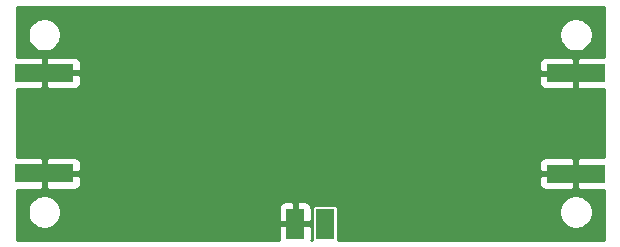
<source format=gbr>
%TF.GenerationSoftware,KiCad,Pcbnew,(5.1.6)-1*%
%TF.CreationDate,2020-10-24T11:52:24+02:00*%
%TF.ProjectId,MW_amplifier,4d575f61-6d70-46c6-9966-6965722e6b69,rev?*%
%TF.SameCoordinates,Original*%
%TF.FileFunction,Copper,L2,Bot*%
%TF.FilePolarity,Positive*%
%FSLAX46Y46*%
G04 Gerber Fmt 4.6, Leading zero omitted, Abs format (unit mm)*
G04 Created by KiCad (PCBNEW (5.1.6)-1) date 2020-10-24 11:52:24*
%MOMM*%
%LPD*%
G01*
G04 APERTURE LIST*
%TA.AperFunction,ComponentPad*%
%ADD10R,1.524000X2.540000*%
%TD*%
%TA.AperFunction,SMDPad,CuDef*%
%ADD11R,5.000000X1.500000*%
%TD*%
%TA.AperFunction,ViaPad*%
%ADD12C,0.800000*%
%TD*%
%TA.AperFunction,Conductor*%
%ADD13C,0.254000*%
%TD*%
G04 APERTURE END LIST*
D10*
%TO.P,T1,2*%
%TO.N,GND*%
X148730000Y-108500000D03*
%TO.P,T1,1*%
%TO.N,+5V*%
X151270000Y-108500000D03*
%TD*%
D11*
%TO.P,J2,2*%
%TO.N,GND*%
X172500000Y-95750000D03*
X172500000Y-104260000D03*
%TD*%
%TO.P,J1,2*%
%TO.N,GND*%
X127500000Y-104250000D03*
X127500000Y-95740000D03*
%TD*%
D12*
%TO.N,GND*%
X148750000Y-107600000D03*
X131000000Y-102100000D03*
X149987000Y-100050600D03*
X132000000Y-102100000D03*
X133000000Y-102100000D03*
X134000000Y-102100000D03*
X135000000Y-102100000D03*
X136000000Y-102100000D03*
X137000000Y-102100000D03*
X138000000Y-102100000D03*
X139000000Y-102100000D03*
X140000000Y-102100000D03*
X141000000Y-102100000D03*
X142000000Y-102100000D03*
X143000000Y-102100000D03*
X144000000Y-102100000D03*
X145000000Y-102100000D03*
X130000000Y-102100000D03*
X129100000Y-101900000D03*
X128350000Y-101350000D03*
X128350000Y-98650000D03*
X129100000Y-98100000D03*
X130000000Y-97900000D03*
X131000000Y-97900000D03*
X132000000Y-97900000D03*
X133000000Y-97900000D03*
X134000000Y-97900000D03*
X135000000Y-97900000D03*
X136000000Y-97900000D03*
X137000000Y-97900000D03*
X138000000Y-97900000D03*
X139000000Y-97900000D03*
X140000000Y-97900000D03*
X141000000Y-97900000D03*
X142000000Y-97900000D03*
X143000000Y-97900000D03*
X144000000Y-97900000D03*
X145000000Y-97900000D03*
X145900000Y-98400000D03*
X146500000Y-99200000D03*
X145900000Y-101600000D03*
X146500000Y-100800000D03*
X147400000Y-100800000D03*
X147400000Y-99200000D03*
X147400000Y-101800000D03*
X147400000Y-98200000D03*
X148200000Y-97400000D03*
X148200000Y-102600000D03*
X149200000Y-102600000D03*
X150200000Y-102600000D03*
X151200000Y-102600000D03*
X152200000Y-102600000D03*
X149200000Y-97400000D03*
X150200000Y-97400000D03*
X151200000Y-97400000D03*
X152200000Y-97400000D03*
X152700000Y-98200000D03*
X152900000Y-99200000D03*
X153900000Y-99200000D03*
X154600000Y-98500000D03*
X155500000Y-97900000D03*
X156500000Y-97900000D03*
X153900000Y-100800000D03*
X161500000Y-97900000D03*
X157500000Y-97900000D03*
X158500000Y-97900000D03*
X164500000Y-97900000D03*
X159500000Y-97900000D03*
X160500000Y-97900000D03*
X165500000Y-97900000D03*
X162500000Y-97900000D03*
X163500000Y-97900000D03*
X169500000Y-97900000D03*
X170500000Y-97900000D03*
X166500000Y-97900000D03*
X167500000Y-97900000D03*
X168500000Y-97900000D03*
X166500000Y-102100000D03*
X169500000Y-102100000D03*
X167500000Y-102100000D03*
X165500000Y-102100000D03*
X162500000Y-102100000D03*
X163500000Y-102100000D03*
X168500000Y-102100000D03*
X170500000Y-102100000D03*
X164500000Y-102100000D03*
X159500000Y-102100000D03*
X160500000Y-102100000D03*
X161500000Y-102100000D03*
X157500000Y-102100000D03*
X158500000Y-102100000D03*
X156500000Y-102100000D03*
X155500000Y-102100000D03*
X154600000Y-101500000D03*
X171300000Y-98500000D03*
X171300000Y-101500000D03*
X151900000Y-103500000D03*
X151500000Y-104400000D03*
X150700000Y-105200000D03*
X150500000Y-106400000D03*
X152050000Y-106400000D03*
X152600000Y-105550000D03*
X153450000Y-105050000D03*
X154700000Y-102700000D03*
X154600000Y-105200000D03*
X155800000Y-105000000D03*
X155850000Y-104000000D03*
X155850000Y-103000000D03*
X127500000Y-95740000D03*
X127500000Y-104260000D03*
X172450000Y-104260000D03*
X172500000Y-95740000D03*
%TD*%
D13*
%TO.N,GND*%
G36*
X174848000Y-94362139D02*
G01*
X172785750Y-94365000D01*
X172627000Y-94523750D01*
X172627000Y-95623000D01*
X172647000Y-95623000D01*
X172647000Y-95877000D01*
X172627000Y-95877000D01*
X172627000Y-96976250D01*
X172785750Y-97135000D01*
X174848000Y-97137861D01*
X174848001Y-102872139D01*
X172785750Y-102875000D01*
X172627000Y-103033750D01*
X172627000Y-104133000D01*
X172647000Y-104133000D01*
X172647000Y-104387000D01*
X172627000Y-104387000D01*
X172627000Y-105486250D01*
X172785750Y-105645000D01*
X174848001Y-105647861D01*
X174848001Y-109848000D01*
X152350052Y-109848000D01*
X152354268Y-109834103D01*
X152360582Y-109770000D01*
X152360582Y-107360620D01*
X171084847Y-107360620D01*
X171084847Y-107639380D01*
X171139231Y-107912785D01*
X171245908Y-108170326D01*
X171400779Y-108402107D01*
X171597893Y-108599221D01*
X171829674Y-108754092D01*
X172087215Y-108860769D01*
X172360620Y-108915153D01*
X172639380Y-108915153D01*
X172912785Y-108860769D01*
X173170326Y-108754092D01*
X173402107Y-108599221D01*
X173599221Y-108402107D01*
X173754092Y-108170326D01*
X173860769Y-107912785D01*
X173915153Y-107639380D01*
X173915153Y-107360620D01*
X173860769Y-107087215D01*
X173754092Y-106829674D01*
X173599221Y-106597893D01*
X173402107Y-106400779D01*
X173170326Y-106245908D01*
X172912785Y-106139231D01*
X172639380Y-106084847D01*
X172360620Y-106084847D01*
X172087215Y-106139231D01*
X171829674Y-106245908D01*
X171597893Y-106400779D01*
X171400779Y-106597893D01*
X171245908Y-106829674D01*
X171139231Y-107087215D01*
X171084847Y-107360620D01*
X152360582Y-107360620D01*
X152360582Y-107230000D01*
X152354268Y-107165897D01*
X152335570Y-107104257D01*
X152305206Y-107047450D01*
X152264343Y-106997657D01*
X152214550Y-106956794D01*
X152157743Y-106926430D01*
X152096103Y-106907732D01*
X152032000Y-106901418D01*
X150508000Y-106901418D01*
X150443897Y-106907732D01*
X150382257Y-106926430D01*
X150325450Y-106956794D01*
X150275657Y-106997657D01*
X150234794Y-107047450D01*
X150204430Y-107104257D01*
X150185732Y-107165897D01*
X150179418Y-107230000D01*
X150179418Y-109770000D01*
X150185732Y-109834103D01*
X150189948Y-109848000D01*
X150122390Y-109848000D01*
X150130072Y-109770000D01*
X150127000Y-108785750D01*
X149968250Y-108627000D01*
X148857000Y-108627000D01*
X148857000Y-108647000D01*
X148603000Y-108647000D01*
X148603000Y-108627000D01*
X147491750Y-108627000D01*
X147333000Y-108785750D01*
X147329928Y-109770000D01*
X147337610Y-109848000D01*
X125152000Y-109848000D01*
X125152000Y-107360620D01*
X126084847Y-107360620D01*
X126084847Y-107639380D01*
X126139231Y-107912785D01*
X126245908Y-108170326D01*
X126400779Y-108402107D01*
X126597893Y-108599221D01*
X126829674Y-108754092D01*
X127087215Y-108860769D01*
X127360620Y-108915153D01*
X127639380Y-108915153D01*
X127912785Y-108860769D01*
X128170326Y-108754092D01*
X128402107Y-108599221D01*
X128599221Y-108402107D01*
X128754092Y-108170326D01*
X128860769Y-107912785D01*
X128915153Y-107639380D01*
X128915153Y-107360620D01*
X128889171Y-107230000D01*
X147329928Y-107230000D01*
X147333000Y-108214250D01*
X147491750Y-108373000D01*
X148603000Y-108373000D01*
X148603000Y-106753750D01*
X148857000Y-106753750D01*
X148857000Y-108373000D01*
X149968250Y-108373000D01*
X150127000Y-108214250D01*
X150130072Y-107230000D01*
X150117812Y-107105518D01*
X150081502Y-106985820D01*
X150022537Y-106875506D01*
X149943185Y-106778815D01*
X149846494Y-106699463D01*
X149736180Y-106640498D01*
X149616482Y-106604188D01*
X149492000Y-106591928D01*
X149015750Y-106595000D01*
X148857000Y-106753750D01*
X148603000Y-106753750D01*
X148444250Y-106595000D01*
X147968000Y-106591928D01*
X147843518Y-106604188D01*
X147723820Y-106640498D01*
X147613506Y-106699463D01*
X147516815Y-106778815D01*
X147437463Y-106875506D01*
X147378498Y-106985820D01*
X147342188Y-107105518D01*
X147329928Y-107230000D01*
X128889171Y-107230000D01*
X128860769Y-107087215D01*
X128754092Y-106829674D01*
X128599221Y-106597893D01*
X128402107Y-106400779D01*
X128170326Y-106245908D01*
X127912785Y-106139231D01*
X127639380Y-106084847D01*
X127360620Y-106084847D01*
X127087215Y-106139231D01*
X126829674Y-106245908D01*
X126597893Y-106400779D01*
X126400779Y-106597893D01*
X126245908Y-106829674D01*
X126139231Y-107087215D01*
X126084847Y-107360620D01*
X125152000Y-107360620D01*
X125152000Y-105637861D01*
X127214250Y-105635000D01*
X127373000Y-105476250D01*
X127373000Y-104377000D01*
X127627000Y-104377000D01*
X127627000Y-105476250D01*
X127785750Y-105635000D01*
X130000000Y-105638072D01*
X130124482Y-105625812D01*
X130244180Y-105589502D01*
X130354494Y-105530537D01*
X130451185Y-105451185D01*
X130530537Y-105354494D01*
X130589502Y-105244180D01*
X130625812Y-105124482D01*
X130637087Y-105010000D01*
X169361928Y-105010000D01*
X169374188Y-105134482D01*
X169410498Y-105254180D01*
X169469463Y-105364494D01*
X169548815Y-105461185D01*
X169645506Y-105540537D01*
X169755820Y-105599502D01*
X169875518Y-105635812D01*
X170000000Y-105648072D01*
X172214250Y-105645000D01*
X172373000Y-105486250D01*
X172373000Y-104387000D01*
X169523750Y-104387000D01*
X169365000Y-104545750D01*
X169361928Y-105010000D01*
X130637087Y-105010000D01*
X130638072Y-105000000D01*
X130635000Y-104535750D01*
X130476250Y-104377000D01*
X127627000Y-104377000D01*
X127373000Y-104377000D01*
X127353000Y-104377000D01*
X127353000Y-104123000D01*
X127373000Y-104123000D01*
X127373000Y-103023750D01*
X127627000Y-103023750D01*
X127627000Y-104123000D01*
X130476250Y-104123000D01*
X130635000Y-103964250D01*
X130638005Y-103510000D01*
X169361928Y-103510000D01*
X169365000Y-103974250D01*
X169523750Y-104133000D01*
X172373000Y-104133000D01*
X172373000Y-103033750D01*
X172214250Y-102875000D01*
X170000000Y-102871928D01*
X169875518Y-102884188D01*
X169755820Y-102920498D01*
X169645506Y-102979463D01*
X169548815Y-103058815D01*
X169469463Y-103155506D01*
X169410498Y-103265820D01*
X169374188Y-103385518D01*
X169361928Y-103510000D01*
X130638005Y-103510000D01*
X130638072Y-103500000D01*
X130625812Y-103375518D01*
X130589502Y-103255820D01*
X130530537Y-103145506D01*
X130451185Y-103048815D01*
X130354494Y-102969463D01*
X130244180Y-102910498D01*
X130124482Y-102874188D01*
X130000000Y-102861928D01*
X127785750Y-102865000D01*
X127627000Y-103023750D01*
X127373000Y-103023750D01*
X127214250Y-102865000D01*
X125152000Y-102862139D01*
X125152000Y-97127861D01*
X127214250Y-97125000D01*
X127373000Y-96966250D01*
X127373000Y-95867000D01*
X127627000Y-95867000D01*
X127627000Y-96966250D01*
X127785750Y-97125000D01*
X130000000Y-97128072D01*
X130124482Y-97115812D01*
X130244180Y-97079502D01*
X130354494Y-97020537D01*
X130451185Y-96941185D01*
X130530537Y-96844494D01*
X130589502Y-96734180D01*
X130625812Y-96614482D01*
X130637087Y-96500000D01*
X169361928Y-96500000D01*
X169374188Y-96624482D01*
X169410498Y-96744180D01*
X169469463Y-96854494D01*
X169548815Y-96951185D01*
X169645506Y-97030537D01*
X169755820Y-97089502D01*
X169875518Y-97125812D01*
X170000000Y-97138072D01*
X172214250Y-97135000D01*
X172373000Y-96976250D01*
X172373000Y-95877000D01*
X169523750Y-95877000D01*
X169365000Y-96035750D01*
X169361928Y-96500000D01*
X130637087Y-96500000D01*
X130638072Y-96490000D01*
X130635000Y-96025750D01*
X130476250Y-95867000D01*
X127627000Y-95867000D01*
X127373000Y-95867000D01*
X127353000Y-95867000D01*
X127353000Y-95613000D01*
X127373000Y-95613000D01*
X127373000Y-94513750D01*
X127627000Y-94513750D01*
X127627000Y-95613000D01*
X130476250Y-95613000D01*
X130635000Y-95454250D01*
X130638005Y-95000000D01*
X169361928Y-95000000D01*
X169365000Y-95464250D01*
X169523750Y-95623000D01*
X172373000Y-95623000D01*
X172373000Y-94523750D01*
X172214250Y-94365000D01*
X170000000Y-94361928D01*
X169875518Y-94374188D01*
X169755820Y-94410498D01*
X169645506Y-94469463D01*
X169548815Y-94548815D01*
X169469463Y-94645506D01*
X169410498Y-94755820D01*
X169374188Y-94875518D01*
X169361928Y-95000000D01*
X130638005Y-95000000D01*
X130638072Y-94990000D01*
X130625812Y-94865518D01*
X130589502Y-94745820D01*
X130530537Y-94635506D01*
X130451185Y-94538815D01*
X130354494Y-94459463D01*
X130244180Y-94400498D01*
X130124482Y-94364188D01*
X130000000Y-94351928D01*
X127785750Y-94355000D01*
X127627000Y-94513750D01*
X127373000Y-94513750D01*
X127214250Y-94355000D01*
X125152000Y-94352139D01*
X125152000Y-92360620D01*
X126084847Y-92360620D01*
X126084847Y-92639380D01*
X126139231Y-92912785D01*
X126245908Y-93170326D01*
X126400779Y-93402107D01*
X126597893Y-93599221D01*
X126829674Y-93754092D01*
X127087215Y-93860769D01*
X127360620Y-93915153D01*
X127639380Y-93915153D01*
X127912785Y-93860769D01*
X128170326Y-93754092D01*
X128402107Y-93599221D01*
X128599221Y-93402107D01*
X128754092Y-93170326D01*
X128860769Y-92912785D01*
X128915153Y-92639380D01*
X128915153Y-92360620D01*
X171084847Y-92360620D01*
X171084847Y-92639380D01*
X171139231Y-92912785D01*
X171245908Y-93170326D01*
X171400779Y-93402107D01*
X171597893Y-93599221D01*
X171829674Y-93754092D01*
X172087215Y-93860769D01*
X172360620Y-93915153D01*
X172639380Y-93915153D01*
X172912785Y-93860769D01*
X173170326Y-93754092D01*
X173402107Y-93599221D01*
X173599221Y-93402107D01*
X173754092Y-93170326D01*
X173860769Y-92912785D01*
X173915153Y-92639380D01*
X173915153Y-92360620D01*
X173860769Y-92087215D01*
X173754092Y-91829674D01*
X173599221Y-91597893D01*
X173402107Y-91400779D01*
X173170326Y-91245908D01*
X172912785Y-91139231D01*
X172639380Y-91084847D01*
X172360620Y-91084847D01*
X172087215Y-91139231D01*
X171829674Y-91245908D01*
X171597893Y-91400779D01*
X171400779Y-91597893D01*
X171245908Y-91829674D01*
X171139231Y-92087215D01*
X171084847Y-92360620D01*
X128915153Y-92360620D01*
X128860769Y-92087215D01*
X128754092Y-91829674D01*
X128599221Y-91597893D01*
X128402107Y-91400779D01*
X128170326Y-91245908D01*
X127912785Y-91139231D01*
X127639380Y-91084847D01*
X127360620Y-91084847D01*
X127087215Y-91139231D01*
X126829674Y-91245908D01*
X126597893Y-91400779D01*
X126400779Y-91597893D01*
X126245908Y-91829674D01*
X126139231Y-92087215D01*
X126084847Y-92360620D01*
X125152000Y-92360620D01*
X125152000Y-90152000D01*
X174848000Y-90152000D01*
X174848000Y-94362139D01*
G37*
X174848000Y-94362139D02*
X172785750Y-94365000D01*
X172627000Y-94523750D01*
X172627000Y-95623000D01*
X172647000Y-95623000D01*
X172647000Y-95877000D01*
X172627000Y-95877000D01*
X172627000Y-96976250D01*
X172785750Y-97135000D01*
X174848000Y-97137861D01*
X174848001Y-102872139D01*
X172785750Y-102875000D01*
X172627000Y-103033750D01*
X172627000Y-104133000D01*
X172647000Y-104133000D01*
X172647000Y-104387000D01*
X172627000Y-104387000D01*
X172627000Y-105486250D01*
X172785750Y-105645000D01*
X174848001Y-105647861D01*
X174848001Y-109848000D01*
X152350052Y-109848000D01*
X152354268Y-109834103D01*
X152360582Y-109770000D01*
X152360582Y-107360620D01*
X171084847Y-107360620D01*
X171084847Y-107639380D01*
X171139231Y-107912785D01*
X171245908Y-108170326D01*
X171400779Y-108402107D01*
X171597893Y-108599221D01*
X171829674Y-108754092D01*
X172087215Y-108860769D01*
X172360620Y-108915153D01*
X172639380Y-108915153D01*
X172912785Y-108860769D01*
X173170326Y-108754092D01*
X173402107Y-108599221D01*
X173599221Y-108402107D01*
X173754092Y-108170326D01*
X173860769Y-107912785D01*
X173915153Y-107639380D01*
X173915153Y-107360620D01*
X173860769Y-107087215D01*
X173754092Y-106829674D01*
X173599221Y-106597893D01*
X173402107Y-106400779D01*
X173170326Y-106245908D01*
X172912785Y-106139231D01*
X172639380Y-106084847D01*
X172360620Y-106084847D01*
X172087215Y-106139231D01*
X171829674Y-106245908D01*
X171597893Y-106400779D01*
X171400779Y-106597893D01*
X171245908Y-106829674D01*
X171139231Y-107087215D01*
X171084847Y-107360620D01*
X152360582Y-107360620D01*
X152360582Y-107230000D01*
X152354268Y-107165897D01*
X152335570Y-107104257D01*
X152305206Y-107047450D01*
X152264343Y-106997657D01*
X152214550Y-106956794D01*
X152157743Y-106926430D01*
X152096103Y-106907732D01*
X152032000Y-106901418D01*
X150508000Y-106901418D01*
X150443897Y-106907732D01*
X150382257Y-106926430D01*
X150325450Y-106956794D01*
X150275657Y-106997657D01*
X150234794Y-107047450D01*
X150204430Y-107104257D01*
X150185732Y-107165897D01*
X150179418Y-107230000D01*
X150179418Y-109770000D01*
X150185732Y-109834103D01*
X150189948Y-109848000D01*
X150122390Y-109848000D01*
X150130072Y-109770000D01*
X150127000Y-108785750D01*
X149968250Y-108627000D01*
X148857000Y-108627000D01*
X148857000Y-108647000D01*
X148603000Y-108647000D01*
X148603000Y-108627000D01*
X147491750Y-108627000D01*
X147333000Y-108785750D01*
X147329928Y-109770000D01*
X147337610Y-109848000D01*
X125152000Y-109848000D01*
X125152000Y-107360620D01*
X126084847Y-107360620D01*
X126084847Y-107639380D01*
X126139231Y-107912785D01*
X126245908Y-108170326D01*
X126400779Y-108402107D01*
X126597893Y-108599221D01*
X126829674Y-108754092D01*
X127087215Y-108860769D01*
X127360620Y-108915153D01*
X127639380Y-108915153D01*
X127912785Y-108860769D01*
X128170326Y-108754092D01*
X128402107Y-108599221D01*
X128599221Y-108402107D01*
X128754092Y-108170326D01*
X128860769Y-107912785D01*
X128915153Y-107639380D01*
X128915153Y-107360620D01*
X128889171Y-107230000D01*
X147329928Y-107230000D01*
X147333000Y-108214250D01*
X147491750Y-108373000D01*
X148603000Y-108373000D01*
X148603000Y-106753750D01*
X148857000Y-106753750D01*
X148857000Y-108373000D01*
X149968250Y-108373000D01*
X150127000Y-108214250D01*
X150130072Y-107230000D01*
X150117812Y-107105518D01*
X150081502Y-106985820D01*
X150022537Y-106875506D01*
X149943185Y-106778815D01*
X149846494Y-106699463D01*
X149736180Y-106640498D01*
X149616482Y-106604188D01*
X149492000Y-106591928D01*
X149015750Y-106595000D01*
X148857000Y-106753750D01*
X148603000Y-106753750D01*
X148444250Y-106595000D01*
X147968000Y-106591928D01*
X147843518Y-106604188D01*
X147723820Y-106640498D01*
X147613506Y-106699463D01*
X147516815Y-106778815D01*
X147437463Y-106875506D01*
X147378498Y-106985820D01*
X147342188Y-107105518D01*
X147329928Y-107230000D01*
X128889171Y-107230000D01*
X128860769Y-107087215D01*
X128754092Y-106829674D01*
X128599221Y-106597893D01*
X128402107Y-106400779D01*
X128170326Y-106245908D01*
X127912785Y-106139231D01*
X127639380Y-106084847D01*
X127360620Y-106084847D01*
X127087215Y-106139231D01*
X126829674Y-106245908D01*
X126597893Y-106400779D01*
X126400779Y-106597893D01*
X126245908Y-106829674D01*
X126139231Y-107087215D01*
X126084847Y-107360620D01*
X125152000Y-107360620D01*
X125152000Y-105637861D01*
X127214250Y-105635000D01*
X127373000Y-105476250D01*
X127373000Y-104377000D01*
X127627000Y-104377000D01*
X127627000Y-105476250D01*
X127785750Y-105635000D01*
X130000000Y-105638072D01*
X130124482Y-105625812D01*
X130244180Y-105589502D01*
X130354494Y-105530537D01*
X130451185Y-105451185D01*
X130530537Y-105354494D01*
X130589502Y-105244180D01*
X130625812Y-105124482D01*
X130637087Y-105010000D01*
X169361928Y-105010000D01*
X169374188Y-105134482D01*
X169410498Y-105254180D01*
X169469463Y-105364494D01*
X169548815Y-105461185D01*
X169645506Y-105540537D01*
X169755820Y-105599502D01*
X169875518Y-105635812D01*
X170000000Y-105648072D01*
X172214250Y-105645000D01*
X172373000Y-105486250D01*
X172373000Y-104387000D01*
X169523750Y-104387000D01*
X169365000Y-104545750D01*
X169361928Y-105010000D01*
X130637087Y-105010000D01*
X130638072Y-105000000D01*
X130635000Y-104535750D01*
X130476250Y-104377000D01*
X127627000Y-104377000D01*
X127373000Y-104377000D01*
X127353000Y-104377000D01*
X127353000Y-104123000D01*
X127373000Y-104123000D01*
X127373000Y-103023750D01*
X127627000Y-103023750D01*
X127627000Y-104123000D01*
X130476250Y-104123000D01*
X130635000Y-103964250D01*
X130638005Y-103510000D01*
X169361928Y-103510000D01*
X169365000Y-103974250D01*
X169523750Y-104133000D01*
X172373000Y-104133000D01*
X172373000Y-103033750D01*
X172214250Y-102875000D01*
X170000000Y-102871928D01*
X169875518Y-102884188D01*
X169755820Y-102920498D01*
X169645506Y-102979463D01*
X169548815Y-103058815D01*
X169469463Y-103155506D01*
X169410498Y-103265820D01*
X169374188Y-103385518D01*
X169361928Y-103510000D01*
X130638005Y-103510000D01*
X130638072Y-103500000D01*
X130625812Y-103375518D01*
X130589502Y-103255820D01*
X130530537Y-103145506D01*
X130451185Y-103048815D01*
X130354494Y-102969463D01*
X130244180Y-102910498D01*
X130124482Y-102874188D01*
X130000000Y-102861928D01*
X127785750Y-102865000D01*
X127627000Y-103023750D01*
X127373000Y-103023750D01*
X127214250Y-102865000D01*
X125152000Y-102862139D01*
X125152000Y-97127861D01*
X127214250Y-97125000D01*
X127373000Y-96966250D01*
X127373000Y-95867000D01*
X127627000Y-95867000D01*
X127627000Y-96966250D01*
X127785750Y-97125000D01*
X130000000Y-97128072D01*
X130124482Y-97115812D01*
X130244180Y-97079502D01*
X130354494Y-97020537D01*
X130451185Y-96941185D01*
X130530537Y-96844494D01*
X130589502Y-96734180D01*
X130625812Y-96614482D01*
X130637087Y-96500000D01*
X169361928Y-96500000D01*
X169374188Y-96624482D01*
X169410498Y-96744180D01*
X169469463Y-96854494D01*
X169548815Y-96951185D01*
X169645506Y-97030537D01*
X169755820Y-97089502D01*
X169875518Y-97125812D01*
X170000000Y-97138072D01*
X172214250Y-97135000D01*
X172373000Y-96976250D01*
X172373000Y-95877000D01*
X169523750Y-95877000D01*
X169365000Y-96035750D01*
X169361928Y-96500000D01*
X130637087Y-96500000D01*
X130638072Y-96490000D01*
X130635000Y-96025750D01*
X130476250Y-95867000D01*
X127627000Y-95867000D01*
X127373000Y-95867000D01*
X127353000Y-95867000D01*
X127353000Y-95613000D01*
X127373000Y-95613000D01*
X127373000Y-94513750D01*
X127627000Y-94513750D01*
X127627000Y-95613000D01*
X130476250Y-95613000D01*
X130635000Y-95454250D01*
X130638005Y-95000000D01*
X169361928Y-95000000D01*
X169365000Y-95464250D01*
X169523750Y-95623000D01*
X172373000Y-95623000D01*
X172373000Y-94523750D01*
X172214250Y-94365000D01*
X170000000Y-94361928D01*
X169875518Y-94374188D01*
X169755820Y-94410498D01*
X169645506Y-94469463D01*
X169548815Y-94548815D01*
X169469463Y-94645506D01*
X169410498Y-94755820D01*
X169374188Y-94875518D01*
X169361928Y-95000000D01*
X130638005Y-95000000D01*
X130638072Y-94990000D01*
X130625812Y-94865518D01*
X130589502Y-94745820D01*
X130530537Y-94635506D01*
X130451185Y-94538815D01*
X130354494Y-94459463D01*
X130244180Y-94400498D01*
X130124482Y-94364188D01*
X130000000Y-94351928D01*
X127785750Y-94355000D01*
X127627000Y-94513750D01*
X127373000Y-94513750D01*
X127214250Y-94355000D01*
X125152000Y-94352139D01*
X125152000Y-92360620D01*
X126084847Y-92360620D01*
X126084847Y-92639380D01*
X126139231Y-92912785D01*
X126245908Y-93170326D01*
X126400779Y-93402107D01*
X126597893Y-93599221D01*
X126829674Y-93754092D01*
X127087215Y-93860769D01*
X127360620Y-93915153D01*
X127639380Y-93915153D01*
X127912785Y-93860769D01*
X128170326Y-93754092D01*
X128402107Y-93599221D01*
X128599221Y-93402107D01*
X128754092Y-93170326D01*
X128860769Y-92912785D01*
X128915153Y-92639380D01*
X128915153Y-92360620D01*
X171084847Y-92360620D01*
X171084847Y-92639380D01*
X171139231Y-92912785D01*
X171245908Y-93170326D01*
X171400779Y-93402107D01*
X171597893Y-93599221D01*
X171829674Y-93754092D01*
X172087215Y-93860769D01*
X172360620Y-93915153D01*
X172639380Y-93915153D01*
X172912785Y-93860769D01*
X173170326Y-93754092D01*
X173402107Y-93599221D01*
X173599221Y-93402107D01*
X173754092Y-93170326D01*
X173860769Y-92912785D01*
X173915153Y-92639380D01*
X173915153Y-92360620D01*
X173860769Y-92087215D01*
X173754092Y-91829674D01*
X173599221Y-91597893D01*
X173402107Y-91400779D01*
X173170326Y-91245908D01*
X172912785Y-91139231D01*
X172639380Y-91084847D01*
X172360620Y-91084847D01*
X172087215Y-91139231D01*
X171829674Y-91245908D01*
X171597893Y-91400779D01*
X171400779Y-91597893D01*
X171245908Y-91829674D01*
X171139231Y-92087215D01*
X171084847Y-92360620D01*
X128915153Y-92360620D01*
X128860769Y-92087215D01*
X128754092Y-91829674D01*
X128599221Y-91597893D01*
X128402107Y-91400779D01*
X128170326Y-91245908D01*
X127912785Y-91139231D01*
X127639380Y-91084847D01*
X127360620Y-91084847D01*
X127087215Y-91139231D01*
X126829674Y-91245908D01*
X126597893Y-91400779D01*
X126400779Y-91597893D01*
X126245908Y-91829674D01*
X126139231Y-92087215D01*
X126084847Y-92360620D01*
X125152000Y-92360620D01*
X125152000Y-90152000D01*
X174848000Y-90152000D01*
X174848000Y-94362139D01*
%TD*%
M02*

</source>
